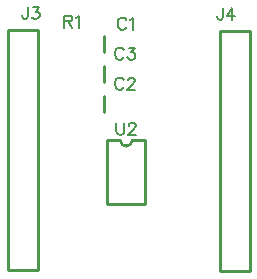
<source format=gto>
G04 DipTrace 3.1.0.1*
G04 MSP430FR2311Breakout.gto*
%MOIN*%
G04 #@! TF.FileFunction,Legend,Top*
G04 #@! TF.Part,Single*
%ADD10C,0.009843*%
%ADD32C,0.006176*%
%FSLAX26Y26*%
G04*
G70*
G90*
G75*
G01*
G04 TopSilk*
%LPD*%
X770168Y960675D2*
D10*
Y748075D1*
X896139Y960675D2*
Y748075D1*
X770168D2*
X896139D1*
X770168Y960675D2*
X813465D1*
X852842D2*
X896139D1*
X813465D2*
G03X852842Y960675I19689J23D01*
G01*
X758858Y1255836D2*
Y1306978D1*
Y1055857D2*
Y1106999D1*
Y1155846D2*
Y1206988D1*
X537495Y1327595D2*
X437493D1*
Y527668D1*
X537495D1*
Y1327595D1*
X1143925Y525268D2*
X1243927D1*
Y1325194D1*
X1143925D1*
Y525268D1*
X800183Y1019254D2*
D32*
Y990558D1*
X802084Y984810D1*
X805931Y981007D1*
X811679Y979062D1*
X815482D1*
X821230Y981007D1*
X825077Y984810D1*
X826978Y990558D1*
Y1019254D1*
X841275Y1009659D2*
Y1011560D1*
X843176Y1015407D1*
X845077Y1017308D1*
X848924Y1019209D1*
X856573D1*
X860376Y1017308D1*
X862277Y1015407D1*
X864223Y1011560D1*
Y1007758D1*
X862277Y1003911D1*
X858475Y998207D1*
X839329Y979062D1*
X866124D1*
X833110Y1359962D2*
X831209Y1363765D1*
X827362Y1367612D1*
X823559Y1369513D1*
X815910D1*
X812063Y1367612D1*
X808261Y1363765D1*
X806315Y1359962D1*
X804414Y1354214D1*
Y1344619D1*
X806315Y1338916D1*
X808261Y1335069D1*
X812063Y1331266D1*
X815910Y1329321D1*
X823559D1*
X827362Y1331266D1*
X831209Y1335069D1*
X833110Y1338916D1*
X845461Y1361819D2*
X849308Y1363765D1*
X855056Y1369469D1*
Y1329321D1*
X824510Y1159983D2*
X822609Y1163786D1*
X818762Y1167633D1*
X814959Y1169534D1*
X807310D1*
X803463Y1167633D1*
X799661Y1163786D1*
X797715Y1159983D1*
X795814Y1154235D1*
Y1144640D1*
X797715Y1138937D1*
X799661Y1135090D1*
X803463Y1131287D1*
X807310Y1129342D1*
X814959D1*
X818762Y1131287D1*
X822609Y1135090D1*
X824510Y1138937D1*
X838807Y1159939D2*
Y1161840D1*
X840708Y1165687D1*
X842609Y1167588D1*
X846456Y1169490D1*
X854105D1*
X857908Y1167588D1*
X859809Y1165687D1*
X861755Y1161840D1*
Y1158038D1*
X859809Y1154191D1*
X856007Y1148487D1*
X836861Y1129342D1*
X863656D1*
X824510Y1259973D2*
X822609Y1263775D1*
X818762Y1267622D1*
X814959Y1269523D1*
X807310D1*
X803463Y1267622D1*
X799661Y1263775D1*
X797715Y1259973D1*
X795814Y1254225D1*
Y1244630D1*
X797715Y1238926D1*
X799661Y1235079D1*
X803463Y1231277D1*
X807310Y1229331D1*
X814959D1*
X818762Y1231277D1*
X822609Y1235079D1*
X824510Y1238926D1*
X840708Y1269479D2*
X861710D1*
X850259Y1254181D1*
X856007D1*
X859809Y1252279D1*
X861710Y1250378D1*
X863656Y1244630D1*
Y1240827D1*
X861710Y1235079D1*
X857908Y1231233D1*
X852160Y1229331D1*
X846412D1*
X840708Y1231233D1*
X838807Y1233178D1*
X836861Y1236981D1*
X625769Y1356617D2*
X642969D1*
X648717Y1358562D1*
X650662Y1360464D1*
X652563Y1364266D1*
Y1368113D1*
X650662Y1371915D1*
X648717Y1373861D1*
X642969Y1375762D1*
X625769D1*
Y1335570D1*
X639166Y1356617D2*
X652563Y1335570D1*
X664915Y1368069D2*
X668762Y1370014D1*
X674510Y1375718D1*
Y1335570D1*
X504954Y1405107D2*
Y1374510D1*
X503052Y1368762D1*
X501107Y1366861D1*
X497304Y1364915D1*
X493458D1*
X489655Y1366861D1*
X487754Y1368762D1*
X485808Y1374510D1*
Y1378313D1*
X521152Y1405063D2*
X542154D1*
X530702Y1389765D1*
X536450D1*
X540253Y1387863D1*
X542154Y1385962D1*
X544100Y1380214D1*
Y1376411D1*
X542154Y1370663D1*
X538352Y1366817D1*
X532604Y1364915D1*
X526856D1*
X521152Y1366817D1*
X519251Y1368762D1*
X517305Y1372565D1*
X1155515Y1402707D2*
Y1372110D1*
X1153614Y1366362D1*
X1151668Y1364461D1*
X1147866Y1362515D1*
X1144019D1*
X1140216Y1364461D1*
X1138315Y1366362D1*
X1136370Y1372110D1*
Y1375912D1*
X1187012Y1362515D2*
Y1402663D1*
X1167866Y1375912D1*
X1196562D1*
M02*

</source>
